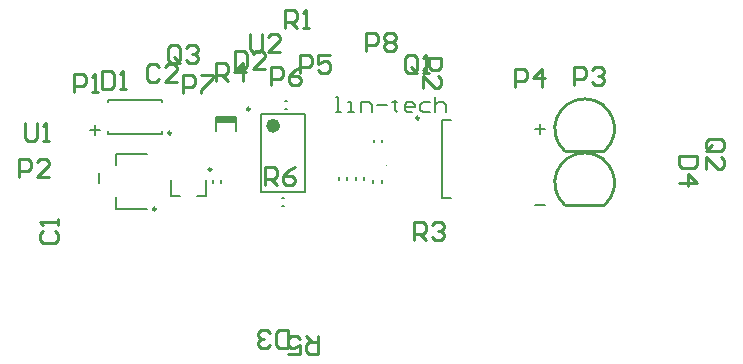
<source format=gto>
G04 Layer_Color=65535*
%FSTAX24Y24*%
%MOIN*%
G70*
G01*
G75*
%ADD33C,0.0236*%
%ADD41C,0.0098*%
%ADD42C,0.0100*%
%ADD43C,0.0039*%
%ADD44C,0.0079*%
%ADD45C,0.0071*%
%ADD46R,0.0650X0.0217*%
D33*
X026933Y032956D02*
G03*
X026933Y032956I-000118J0D01*
G01*
D41*
X031685Y03321D02*
G03*
X031685Y03321I-000049J0D01*
G01*
X023411Y032709D02*
G03*
X023411Y032709I-000049J0D01*
G01*
X024758Y031491D02*
G03*
X024758Y031491I-000049J0D01*
G01*
X026038Y033507D02*
G03*
X026038Y033507I-000049J0D01*
G01*
X022908Y030175D02*
G03*
X022908Y030175I-000049J0D01*
G01*
D42*
X03785Y0321D02*
G03*
X036532Y032114I-000651J000754D01*
G01*
X03785Y0303D02*
G03*
X036532Y030314I-000651J000754D01*
G01*
X036552Y0321D02*
X03785D01*
X036552Y0303D02*
X03785D01*
X031625Y0348D02*
Y0352D01*
X031525Y0353D01*
X031325D01*
X031225Y0352D01*
Y0348D01*
X031325Y0347D01*
X031525D01*
X031425Y0349D02*
X031625Y0347D01*
X031525D02*
X031625Y0348D01*
X031825Y0347D02*
X032025D01*
X031925D01*
Y0353D01*
X031825Y0352D01*
X018559Y03304D02*
Y032541D01*
X018659Y032441D01*
X018859D01*
X018959Y032541D01*
Y03304D01*
X019158Y032441D02*
X019358D01*
X019258D01*
Y03304D01*
X019158Y03294D01*
X026545Y030985D02*
Y031585D01*
X026845D01*
X026945Y031485D01*
Y031285D01*
X026845Y031185D01*
X026545D01*
X026745D02*
X026945Y030985D01*
X027545Y031585D02*
X027345Y031485D01*
X027145Y031285D01*
Y031085D01*
X027245Y030985D01*
X027445D01*
X027545Y031085D01*
Y031185D01*
X027445Y031285D01*
X027145D01*
X0283Y02595D02*
Y02535D01*
X028D01*
X0279Y02545D01*
Y02565D01*
X028Y02575D01*
X0283D01*
X0281D02*
X0279Y02595D01*
X0273Y02535D02*
X0277D01*
Y02565D01*
X0275Y02555D01*
X0274D01*
X0273Y02565D01*
Y02585D01*
X0274Y02595D01*
X0276D01*
X0277Y02585D01*
X0249Y03445D02*
Y03505D01*
X0252D01*
X0253Y03495D01*
Y03475D01*
X0252Y03465D01*
X0249D01*
X0251D02*
X0253Y03445D01*
X0258D02*
Y03505D01*
X0255Y03475D01*
X0259D01*
X0318Y0352D02*
X0324D01*
Y0349D01*
X0323Y0348D01*
X0321D01*
X032Y0349D01*
Y0352D01*
Y035D02*
X0318Y0348D01*
Y0342D02*
Y0346D01*
X0322Y0342D01*
X0323D01*
X0324Y0343D01*
Y0345D01*
X0323Y0346D01*
X0272Y0362D02*
Y0368D01*
X0275D01*
X0276Y0367D01*
Y0365D01*
X0275Y0364D01*
X0272D01*
X0274D02*
X0276Y0362D01*
X0278D02*
X028D01*
X0279D01*
Y0368D01*
X0278Y0367D01*
X0237Y03515D02*
Y03555D01*
X0236Y03565D01*
X0234D01*
X0233Y03555D01*
Y03515D01*
X0234Y03505D01*
X0236D01*
X0235Y03525D02*
X0237Y03505D01*
X0236D02*
X0237Y03515D01*
X0239Y03555D02*
X024Y03565D01*
X0242D01*
X0243Y03555D01*
Y03545D01*
X0242Y03535D01*
X0241D01*
X0242D01*
X0243Y03525D01*
Y03515D01*
X0242Y03505D01*
X024D01*
X0239Y03515D01*
X04135Y0321D02*
X04175D01*
X04185Y0322D01*
Y0324D01*
X04175Y0325D01*
X04135D01*
X04125Y0324D01*
Y0322D01*
X04145Y0323D02*
X04125Y0321D01*
Y0322D02*
X04135Y0321D01*
X04125Y0315D02*
Y0319D01*
X04165Y0315D01*
X04175D01*
X04185Y0316D01*
Y0318D01*
X04175Y0319D01*
X0299Y03545D02*
Y03605D01*
X0302D01*
X0303Y03595D01*
Y03575D01*
X0302Y03565D01*
X0299D01*
X0305Y03595D02*
X0306Y03605D01*
X0308D01*
X0309Y03595D01*
Y03585D01*
X0308Y03575D01*
X0309Y03565D01*
Y03555D01*
X0308Y03545D01*
X0306D01*
X0305Y03555D01*
Y03565D01*
X0306Y03575D01*
X0305Y03585D01*
Y03595D01*
X0306Y03575D02*
X0308D01*
X023815Y034035D02*
Y034635D01*
X024115D01*
X024215Y034535D01*
Y034335D01*
X024115Y034235D01*
X023815D01*
X024415Y034635D02*
X024815D01*
Y034535D01*
X024415Y034135D01*
Y034035D01*
X02675Y0343D02*
Y0349D01*
X02705D01*
X02715Y0348D01*
Y0346D01*
X02705Y0345D01*
X02675D01*
X02775Y0349D02*
X02755Y0348D01*
X02735Y0346D01*
Y0344D01*
X02745Y0343D01*
X02765D01*
X02775Y0344D01*
Y0345D01*
X02765Y0346D01*
X02735D01*
X0277Y0347D02*
Y0353D01*
X028D01*
X0281Y0352D01*
Y035D01*
X028Y0349D01*
X0277D01*
X0287Y0353D02*
X0283D01*
Y035D01*
X0285Y0351D01*
X0286D01*
X0287Y035D01*
Y0348D01*
X0286Y0347D01*
X0284D01*
X0283Y0348D01*
X034865Y034235D02*
Y034835D01*
X035165D01*
X035265Y034735D01*
Y034535D01*
X035165Y034435D01*
X034865D01*
X035765Y034235D02*
Y034835D01*
X035465Y034535D01*
X035865D01*
X03685Y0343D02*
Y0349D01*
X03715D01*
X03725Y0348D01*
Y0346D01*
X03715Y0345D01*
X03685D01*
X03745Y0348D02*
X03755Y0349D01*
X03775D01*
X03785Y0348D01*
Y0347D01*
X03775Y0346D01*
X03765D01*
X03775D01*
X03785Y0345D01*
Y0344D01*
X03775Y0343D01*
X03755D01*
X03745Y0344D01*
X01835Y03125D02*
Y03185D01*
X01865D01*
X01875Y03175D01*
Y03155D01*
X01865Y03145D01*
X01835D01*
X01935Y03125D02*
X01895D01*
X01935Y03165D01*
Y03175D01*
X01925Y03185D01*
X01905D01*
X01895Y03175D01*
X020169Y034085D02*
Y034685D01*
X020469D01*
X020569Y034585D01*
Y034385D01*
X020469Y034285D01*
X020169D01*
X020769Y034085D02*
X020969D01*
X020869D01*
Y034685D01*
X020769Y034585D01*
X04095Y03195D02*
X04035D01*
Y03165D01*
X04045Y03155D01*
X04085D01*
X04095Y03165D01*
Y03195D01*
X04035Y03105D02*
X04095D01*
X04065Y03135D01*
Y03095D01*
X0273Y02555D02*
Y02615D01*
X027D01*
X0269Y02605D01*
Y02565D01*
X027Y02555D01*
X0273D01*
X0267Y02565D02*
X0266Y02555D01*
X0264D01*
X0263Y02565D01*
Y02575D01*
X0264Y02585D01*
X0265D01*
X0264D01*
X0263Y02595D01*
Y02605D01*
X0264Y02615D01*
X0266D01*
X0267Y02605D01*
X02111Y03479D02*
Y03419D01*
X02141D01*
X02151Y03429D01*
Y03469D01*
X02141Y03479D01*
X02111D01*
X02171Y03419D02*
X02191D01*
X02181D01*
Y03479D01*
X02171Y03469D01*
X023Y0349D02*
X0229Y035D01*
X0227D01*
X0226Y0349D01*
Y0345D01*
X0227Y0344D01*
X0229D01*
X023Y0345D01*
X0236Y0344D02*
X0232D01*
X0236Y0348D01*
Y0349D01*
X0235Y035D01*
X0233D01*
X0232Y0349D01*
X01915Y029455D02*
X01905Y029355D01*
Y029155D01*
X01915Y029056D01*
X01955D01*
X01965Y029155D01*
Y029355D01*
X01955Y029455D01*
X01965Y029655D02*
Y029855D01*
Y029755D01*
X01905D01*
X01915Y029655D01*
X02555Y03545D02*
Y03485D01*
X02585D01*
X02595Y03495D01*
Y03535D01*
X02585Y03545D01*
X02555D01*
X02655Y03485D02*
X02615D01*
X02655Y03525D01*
Y03535D01*
X02645Y03545D01*
X02625D01*
X02615Y03535D01*
X0315Y02915D02*
Y02975D01*
X0318D01*
X0319Y02965D01*
Y02945D01*
X0318Y02935D01*
X0315D01*
X0317D02*
X0319Y02915D01*
X0321Y02965D02*
X0322Y02975D01*
X0324D01*
X0325Y02965D01*
Y02955D01*
X0324Y02945D01*
X0323D01*
X0324D01*
X0325Y02935D01*
Y02925D01*
X0324Y02915D01*
X0322D01*
X0321Y02925D01*
X02605Y036D02*
Y0355D01*
X02615Y0354D01*
X02635D01*
X02645Y0355D01*
Y036D01*
X02705Y0354D02*
X02665D01*
X02705Y0358D01*
Y0359D01*
X02695Y036D01*
X02675D01*
X02665Y0359D01*
D43*
X03059Y031617D02*
G03*
X03059Y031617I-00002J0D01*
G01*
D44*
X032443Y033149D02*
X032758D01*
X032443Y030551D02*
Y033149D01*
Y030551D02*
X032758D01*
X021294Y033732D02*
Y033821D01*
X023106Y033732D02*
Y033821D01*
X021294Y032679D02*
Y032768D01*
X023106Y032679D02*
Y032768D01*
X021294Y033821D02*
X023106D01*
X021294Y032679D02*
X023106D01*
X027111Y030528D02*
X027189D01*
X027111Y030272D02*
X027189D01*
X029022Y031161D02*
Y031239D01*
X029278Y031161D02*
Y031239D01*
X030172Y032411D02*
Y032489D01*
X030428Y032411D02*
Y032489D01*
X029572Y031161D02*
Y031239D01*
X029828Y031161D02*
Y031239D01*
X030448Y031061D02*
Y031139D01*
X030152Y031061D02*
Y031139D01*
X027211Y033522D02*
X027289D01*
X027211Y033778D02*
X027289D01*
X025575Y032764D02*
Y033236D01*
X024925Y032764D02*
Y033236D01*
X025575D01*
X024822Y031061D02*
Y031139D01*
X025078Y031061D02*
Y031139D01*
X023409Y030596D02*
X023724D01*
X023409D02*
Y031147D01*
X024276Y030596D02*
X024591D01*
Y031147D01*
X026422Y030751D02*
Y033349D01*
X027878Y030751D02*
Y033349D01*
X026422D02*
X027878D01*
X026422Y030751D02*
X027878D01*
X021579Y031632D02*
Y032006D01*
X022603D01*
X021579Y030194D02*
Y030568D01*
Y030194D02*
X022603D01*
D45*
X0207Y032806D02*
X021041D01*
X020871Y032976D02*
Y032635D01*
X020994Y03105D02*
Y031391D01*
X03555Y032856D02*
X035891D01*
X035721Y033026D02*
Y032685D01*
X03555Y030306D02*
X035891D01*
X0289Y0334D02*
X029071D01*
X028985D01*
Y033912D01*
X0289D01*
X029326Y0334D02*
X029497D01*
X029412D01*
Y033741D01*
X029326D01*
X029753Y0334D02*
Y033741D01*
X030009D01*
X030094Y033656D01*
Y0334D01*
X030264Y033656D02*
X030605D01*
X030861Y033826D02*
Y033741D01*
X030776D01*
X030947D01*
X030861D01*
Y033485D01*
X030947Y0334D01*
X031458D02*
X031288D01*
X031202Y033485D01*
Y033656D01*
X031288Y033741D01*
X031458D01*
X031544Y033656D01*
Y033571D01*
X031202D01*
X032055Y033741D02*
X031799D01*
X031714Y033656D01*
Y033485D01*
X031799Y0334D01*
X032055D01*
X032226Y033912D02*
Y0334D01*
Y033656D01*
X032311Y033741D01*
X032482D01*
X032567Y033656D01*
Y0334D01*
D46*
X02525Y033128D02*
D03*
M02*

</source>
